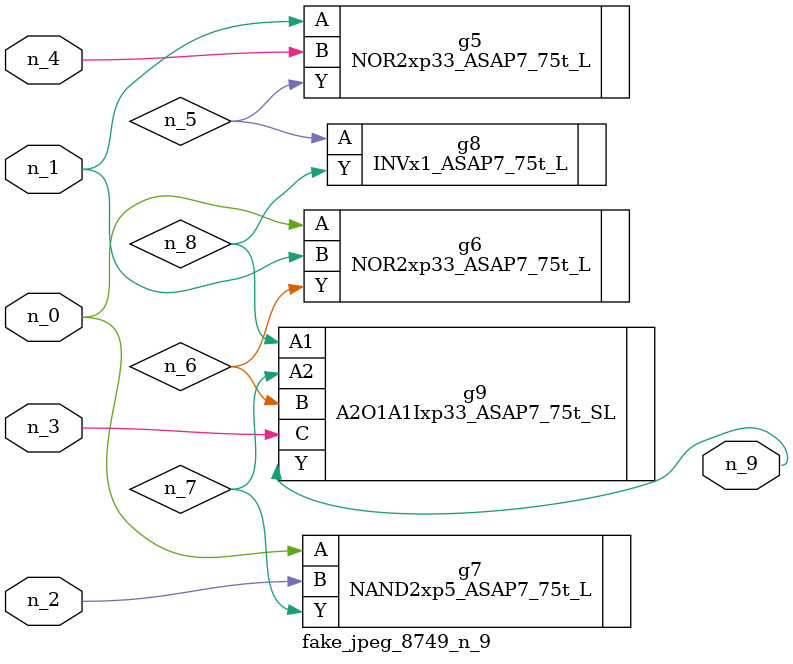
<source format=v>
module fake_jpeg_8749_n_9 (n_3, n_2, n_1, n_0, n_4, n_9);

input n_3;
input n_2;
input n_1;
input n_0;
input n_4;

output n_9;

wire n_8;
wire n_6;
wire n_5;
wire n_7;

NOR2xp33_ASAP7_75t_L g5 ( 
.A(n_1),
.B(n_4),
.Y(n_5)
);

NOR2xp33_ASAP7_75t_L g6 ( 
.A(n_0),
.B(n_1),
.Y(n_6)
);

NAND2xp5_ASAP7_75t_L g7 ( 
.A(n_0),
.B(n_2),
.Y(n_7)
);

INVx1_ASAP7_75t_L g8 ( 
.A(n_5),
.Y(n_8)
);

A2O1A1Ixp33_ASAP7_75t_SL g9 ( 
.A1(n_8),
.A2(n_7),
.B(n_6),
.C(n_3),
.Y(n_9)
);


endmodule
</source>
